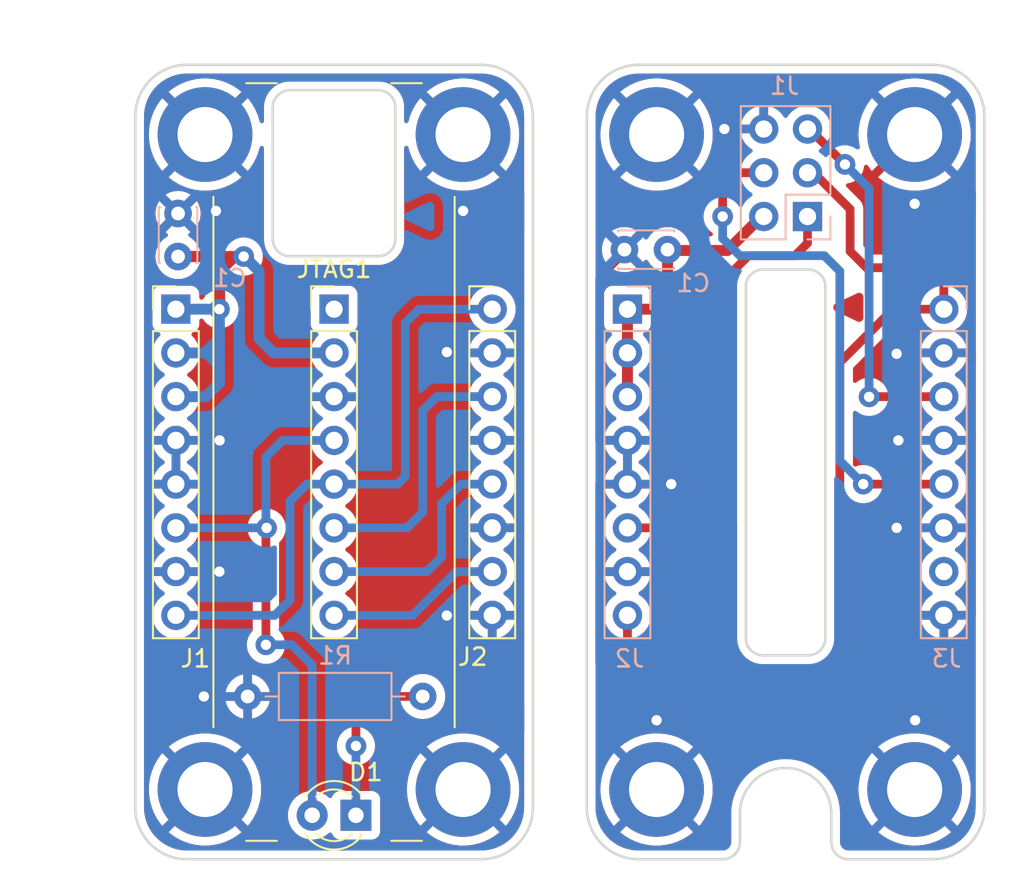
<source format=kicad_pcb>
(kicad_pcb (version 20211014) (generator pcbnew)
  (title_block (title "JTAG_ISP / BOTH") (date "2022-04-03") (rev "v5.3.0"))
  (layers (0 "F.Cu" signal) (31 "B.Cu" signal) (34 "B.Paste" user) (35 "F.Paste" user) (36 "B.SilkS" user "B.Silkscreen") (37 "F.SilkS" user "F.Silkscreen") (38 "B.Mask" user) (39 "F.Mask" user) (44 "Edge.Cuts" user))
  (net 0 "")
  (net 1 "+5V")
  (net 2 "GND")
  (net 3 "MISO")
  (net 4 "SCLK")
  (net 5 "RESET")
  (net 6 "MOSI")
  (net 8 "Net-(D1-Pad1)")
  (footprint "MountingHole:MountingHole_3.2mm_M3_ISO14580_Pad" (layer "F.Cu") (at 107.837688 49.171446)
    (fp_text reference "REF**" hide)
    (fp_text value "MountingHole_3.2mm_M3_ISO14580_Pad" hide)
    (pad "1" thru_hole circle locked (at 0 0) (size 5.499999 5.499999) (drill 3.200001) (layers *.Cu *.Mask) (net 2 "GND"))
  )
  (footprint "MountingHole:MountingHole_3.2mm_M3_ISO14580_Pad" (layer "F.Cu") (at 134.04766 87.207862)
    (fp_text reference "REF**" hide)
    (fp_text value "MountingHole_3.2mm_M3_ISO14580_Pad" hide)
    (pad "1" thru_hole circle locked (at 0 0) (size 5.5 5.5) (drill 3.2) (layers *.Cu *.Mask) (net 2 "GND"))
  )
  (footprint "MountingHole:MountingHole_3.2mm_M3_ISO14580_Pad" (layer "F.Cu") (at 92.85969 49.171446)
    (fp_text reference "REF**" hide)
    (fp_text value "MountingHole_3.2mm_M3_ISO14580_Pad" hide)
    (pad "1" thru_hole circle locked (at 0 0) (size 5.499999 5.499999) (drill 3.200001) (layers *.Cu *.Mask) (net 2 "GND"))
  )
  (footprint "MountingHole:MountingHole_3.2mm_M3_ISO14580_Pad" (layer "F.Cu") (at 134.04766 49.171439)
    (fp_text reference "REF**" hide)
    (fp_text value "MountingHole_3.2mm_M3_ISO14580_Pad" hide)
    (pad "1" thru_hole circle locked (at 0 0) (size 5.5 5.5) (drill 3.2) (layers *.Cu *.Mask) (net 2 "GND"))
  )
  (footprint "MountingHole:MountingHole_3.2mm_M3_ISO14580_Pad" (layer "F.Cu") (at 119.069661 49.17145)
    (fp_text reference "REF**" hide)
    (fp_text value "MountingHole_3.2mm_M3_ISO14580_Pad" hide)
    (pad "1" thru_hole circle locked (at 0 0) (size 5.5 5.5) (drill 3.2) (layers *.Cu *.Mask) (net 2 "GND"))
  )
  (footprint "Connector_PinHeader_2.54mm:PinHeader_1x08_P2.54mm_Vertical" (layer "F.Cu") (at 91.167683 59.313633)
    (fp_text reference "J1" (at 1.126017 20.291801) (layer "F.SilkS"))
    (fp_text value "Conn_01x08")
    (fp_line (start -1.33 -1.33) (end 0 -1.33) (layer "F.SilkS") (width 0.12))
    (fp_line (start 1.33 1.27) (end 1.33 19.11) (layer "F.SilkS") (width 0.12))
    (fp_line (start -1.33 1.27) (end 1.33 1.27) (layer "F.SilkS") (width 0.12))
    (fp_line (start -1.33 1.27) (end -1.33 19.11) (layer "F.SilkS") (width 0.12))
    (fp_line (start -1.33 19.11) (end 1.33 19.11) (layer "F.SilkS") (width 0.12))
    (fp_line (start -1.33 0) (end -1.33 -1.33) (layer "F.SilkS") (width 0.12))
    (pad "1" thru_hole rect locked (at 0 0) (size 1.7 1.7) (drill 1) (layers *.Cu *.Mask) (net 1 "+5V"))
    (pad "2" thru_hole oval locked (at 0 2.54) (size 1.7 1.7) (drill 1) (layers *.Cu *.Mask) (net 1 "+5V"))
    (pad "3" thru_hole oval locked (at 0 5.08) (size 1.7 1.7) (drill 1) (layers *.Cu *.Mask) (net 1 "+5V"))
    (pad "4" thru_hole oval locked (at 0 7.62) (size 1.7 1.7) (drill 1) (layers *.Cu *.Mask) (net 2 "GND"))
    (pad "5" thru_hole oval locked (at 0 10.16) (size 1.7 1.7) (drill 1) (layers *.Cu *.Mask) (net 2 "GND"))
    (pad "6" thru_hole oval locked (at 0 12.7) (size 1.7 1.7) (drill 1) (layers *.Cu *.Mask))
    (pad "7" thru_hole oval locked (at 0 15.24) (size 1.7 1.7) (drill 1) (layers *.Cu *.Mask) (net 2 "GND"))
    (pad "8" thru_hole oval locked (at 0 17.78) (size 1.7 1.7) (drill 1) (layers *.Cu *.Mask))
  )
  (footprint "MountingHole:MountingHole_3.2mm_M3_ISO14580_Pad" (layer "F.Cu") (at 119.069661 87.207862)
    (fp_text reference "REF**" hide)
    (fp_text value "MountingHole_3.2mm_M3_ISO14580_Pad" hide)
    (pad "1" thru_hole circle locked (at 0 0) (size 5.5 5.5) (drill 3.2) (layers *.Cu *.Mask) (net 2 "GND"))
  )
  (footprint "LED_THT:LED_D3.0mm" (layer "F.Cu") (at 101.618691 88.705446 180)
    (fp_text reference "D1" (at -0.575011 2.5) (layer "F.SilkS"))
    (fp_text value "LED")
    (fp_line (start -0.29 1.08) (end -0.29 1.236) (layer "F.SilkS") (width 0.12))
    (fp_line (start -0.29 -1.236) (end -0.29 -1.08) (layer "F.SilkS") (width 0.12))
    (fp_arc (start 2.942335 1.078608) (mid 1.366487 1.987659) (end -0.29 1.235516) (layer "F.SilkS") (width 0.12))
    (fp_arc (start 2.31113 1.079837) (mid 1.270117 1.5) (end 0.229039 1.08) (layer "F.SilkS") (width 0.12))
    (fp_arc (start -0.29 -1.235516) (mid 1.366487 -1.987659) (end 2.942335 -1.078608) (layer "F.SilkS") (width 0.12))
    (fp_arc (start 0.229039 -1.08) (mid 1.270117 -1.5) (end 2.31113 -1.079837) (layer "F.SilkS") (width 0.12))
    (pad "1" thru_hole rect locked (at 0 0 180) (size 1.8 1.8) (drill 0.9) (layers *.Cu *.Mask) (net 8 "Net-(D1-Pad1)"))
    (pad "2" thru_hole circle locked (at 2.54 0 180) (size 1.8 1.8) (drill 0.9) (layers *.Cu *.Mask))
  )
  (footprint "MountingHole:MountingHole_3.2mm_M3_ISO14580_Pad" (layer "F.Cu") (at 107.837688 87.207866)
    (fp_text reference "REF**" hide)
    (fp_text value "MountingHole_3.2mm_M3_ISO14580_Pad" hide)
    (pad "1" thru_hole circle locked (at 0 0) (size 5.499999 5.499999) (drill 3.200001) (layers *.Cu *.Mask) (net 2 "GND"))
  )
  (footprint "MountingHole:MountingHole_3.2mm_M3_ISO14580_Pad" (layer "F.Cu") (at 92.85969 87.207866)
    (fp_text reference "REF**" hide)
    (fp_text value "MountingHole_3.2mm_M3_ISO14580_Pad" hide)
    (pad "1" thru_hole circle locked (at 0 0) (size 5.499999 5.499999) (drill 3.200001) (layers *.Cu *.Mask) (net 2 "GND"))
  )
  (footprint "THOMAS_library:Fleche_small" (layer "F.Cu") (at 130.809687 58.850434)
    (fp_text reference "REF**" hide)
    (fp_text value "Fleche_small" hide)
    (fp_line (start -1.224998 0.354995) (end 0.012998 0.943005) (layer "F.Cu") (width 0.508))
    (fp_line (start 0.012998 -0.233005) (end -1.225007 0.354995) (layer "F.Cu") (width 0.508))
    (fp_line (start -0.07 -0.12) (end -0.51 0.54) (layer "F.Cu") (width 0.508))
    (fp_line (start 0.012998 -0.233005) (end 0.012998 0.943005) (layer "F.Cu") (width 0.508))
  )
  (footprint "THOMAS_library:PicKit4-2" (layer "F.Cu") (at 100.348691 59.313633)
    (fp_text reference "JTAG1" (at 0 -2.33) (layer "F.SilkS"))
    (fp_text value "PICkit4")
    (fp_line (start -3.321065 -13.125) (end -5.095001 -13.125) (layer "F.SilkS") (width 0.12))
    (fp_line (start -1.33 -1.33) (end 0 -1.33) (layer "F.SilkS") (width 0.12))
    (fp_line (start 5.095001 30.874995) (end 3.321065 30.874995) (layer "F.SilkS") (width 0.12))
    (fp_line (start 5.095001 -13.125) (end 3.321065 -13.125) (layer "F.SilkS") (width 0.12))
    (fp_line (start -7.004065 -6.521) (end -7.004065 24.270995) (layer "F.SilkS") (width 0.12))
    (fp_line (start -1.33 19.11) (end 1.33 19.11) (layer "F.SilkS") (width 0.12))
    (fp_line (start 1.33 1.27) (end 1.33 19.11) (layer "F.SilkS") (width 0.12))
    (fp_line (start -1.33 1.27) (end -1.33 19.11) (layer "F.SilkS") (width 0.12))
    (fp_line (start -3.321065 30.874995) (end -5.095001 30.874995) (layer "F.SilkS") (width 0.12))
    (fp_line (start -1.33 0) (end -1.33 -1.33) (layer "F.SilkS") (width 0.12))
    (fp_line (start 7.000001 -6.521) (end 7.000001 24.270995) (layer "F.SilkS") (width 0.12))
    (fp_line (start -1.33 1.27) (end 1.33 1.27) (layer "F.SilkS") (width 0.12))
    (pad "1" thru_hole rect locked (at 0 0) (size 1.7 1.7) (drill 1) (layers *.Cu *.Mask))
    (pad "2" thru_hole oval locked (at 0 2.54) (size 1.7 1.7) (drill 1) (layers *.Cu *.Mask) (net 1 "+5V"))
    (pad "3" thru_hole oval locked (at 0 5.08) (size 1.7 1.7) (drill 1) (layers *.Cu *.Mask) (net 2 "GND"))
    (pad "4" thru_hole oval locked (at 0 7.62) (size 1.7 1.7) (drill 1) (layers *.Cu *.Mask))
    (pad "5" thru_hole oval locked (at 0 10.16) (size 1.7 1.7) (drill 1) (layers *.Cu *.Mask))
    (pad "6" thru_hole oval locked (at 0 12.7) (size 1.7 1.7) (drill 1) (layers *.Cu *.Mask) (net 5 "RESET"))
    (pad "7" thru_hole oval locked (at 0 15.24) (size 1.7 1.7) (drill 1) (layers *.Cu *.Mask))
    (pad "8" thru_hole oval locked (at 0 17.78) (size 1.7 1.7) (drill 1) (layers *.Cu *.Mask))
  )
  (footprint "Connector_PinHeader_2.54mm:PinHeader_1x08_P2.54mm_Vertical" (layer "F.Cu") (at 109.529699 59.313633)
    (fp_text reference "J2" (at -1.135999 20.191801) (layer "F.SilkS"))
    (fp_text value "Conn_01x08")
    (fp_line (start 1.33 1.27) (end 1.33 19.11) (layer "F.SilkS") (width 0.12))
    (fp_line (start -1.33 1.27) (end 1.33 1.27) (layer "F.SilkS") (width 0.12))
    (fp_line (start -1.33 19.11) (end 1.33 19.11) (layer "F.SilkS") (width 0.12))
    (fp_line (start -1.33 1.27) (end -1.33 19.11) (layer "F.SilkS") (width 0.12))
    (fp_line (start -1.33 -1.33) (end 0 -1.33) (layer "F.SilkS") (width 0.12))
    (fp_line (start -1.33 0) (end -1.33 -1.33) (layer "F.SilkS") (width 0.12))
    (pad "1" thru_hole circle locked (at 0 0) (size 1.7 1.7) (drill 1) (layers *.Cu *.Mask))
    (pad "2" thru_hole oval locked (at 0 2.54) (size 1.7 1.7) (drill 1) (layers *.Cu *.Mask) (net 2 "GND"))
    (pad "3" thru_hole oval locked (at 0 5.08) (size 1.7 1.7) (drill 1) (layers *.Cu *.Mask) (net 5 "RESET"))
    (pad "4" thru_hole oval locked (at 0 7.62) (size 1.7 1.7) (drill 1) (layers *.Cu *.Mask) (net 2 "GND"))
    (pad "5" thru_hole oval locked (at 0 10.16) (size 1.7 1.7) (drill 1) (layers *.Cu *.Mask))
    (pad "6" thru_hole oval locked (at 0 12.7) (size 1.7 1.7) (drill 1) (layers *.Cu *.Mask) (net 2 "GND"))
    (pad "7" thru_hole oval locked (at 0 15.24) (size 1.7 1.7) (drill 1) (layers *.Cu *.Mask))
    (pad "8" thru_hole oval locked (at 0 17.78) (size 1.7 1.7) (drill 1) (layers *.Cu *.Mask) (net 2 "GND"))
  )
  (footprint "Connector_PinSocket_2.54mm:PinSocket_2x03_P2.54mm_Vertical" (layer "B.Cu") (at 127.828673 53.930433)
    (fp_text reference "J1" (at -1.335038 -7.583203) (layer "B.SilkS") (effects (justify mirror)))
    (fp_text value "Conn_02x03_Odd_Even")
    (fp_line (start -3.87 -6.41) (end 1.33 -6.41) (layer "B.SilkS") (width 0.12))
    (fp_line (start -1.27 1.33) (end -1.27 -1.27) (layer "B.SilkS") (width 0.12))
    (fp_line (start 1.33 -1.27) (end 1.33 -6.41) (layer "B.SilkS") (width 0.12))
    (fp_line (start 1.33 1.33) (end 1.33 0) (layer "B.SilkS") (width 0.12))
    (fp_line (start 0 1.33) (end 1.33 1.33) (layer "B.SilkS") (width 0.12))
    (fp_line (start -1.27 -1.27) (end 1.33 -1.27) (layer "B.SilkS") (width 0.12))
    (fp_line (start -3.87 1.33) (end -3.87 -6.41) (layer "B.SilkS") (width 0.12))
    (fp_line (start -3.87 1.33) (end -1.27 1.33) (layer "B.SilkS") (width 0.12))
    (pad "1" thru_hole rect locked (at 0 0) (size 1.7 1.7) (drill 1) (layers *.Cu *.Mask) (net 3 "MISO"))
    (pad "2" thru_hole oval locked (at -2.54 0) (size 1.7 1.7) (drill 1) (layers *.Cu *.Mask) (net 1 "+5V"))
    (pad "3" thru_hole oval locked (at 0 -2.54) (size 1.7 1.7) (drill 1) (layers *.Cu *.Mask) (net 4 "SCLK"))
    (pad "4" thru_hole oval locked (at -2.54 -2.54) (size 1.7 1.7) (drill 1) (layers *.Cu *.Mask) (net 6 "MOSI"))
    (pad "5" thru_hole oval locked (at 0 -5.08) (size 1.7 1.7) (drill 1) (layers *.Cu *.Mask) (net 5 "RESET"))
    (pad "6" thru_hole oval locked (at -2.54 -5.08) (size 1.7 1.7) (drill 1) (layers *.Cu *.Mask) (net 2 "GND"))
  )
  (footprint "THOMAS_library:Fleche_small" (layer "B.Cu") (at 105.899705 54.285434)
    (fp_text reference "REF**" hide)
    (fp_text value "Fleche_small" hide)
    (fp_line (start -1.224998 -0.354995) (end 0.012998 -0.943005) (layer "B.Cu") (width 0.508))
    (fp_line (start 0.012998 0.233005) (end -1.225007 -0.354995) (layer "B.Cu") (width 0.508))
    (fp_line (start -0.07 0.12) (end -0.51 -0.54) (layer "B.Cu") (width 0.508))
    (fp_line (start 0.012998 0.233005) (end 0.012998 -0.943005) (layer "B.Cu") (width 0.508))
  )
  (footprint "Capacitor_THT:C_Disc_D3.0mm_W2.0mm_P2.50mm" (layer "B.Cu") (at 91.293706 56.255443 90)
    (fp_text reference "C1" (at -1.249991 2.999994) (layer "B.SilkS") (effects (justify mirror)))
    (fp_text value "100nF")
    (fp_line (start -0.37 1.12) (end 2.87 1.12) (layer "B.SilkS") (width 0.12))
    (fp_line (start -0.37 -1.12) (end 2.87 -1.12) (layer "B.SilkS") (width 0.12))
    (fp_line (start -0.37 1.12) (end -0.37 1.055) (layer "B.SilkS") (width 0.12))
    (fp_line (start 2.87 -1.055) (end 2.87 -1.12) (layer "B.SilkS") (width 0.12))
    (fp_line (start 2.87 1.12) (end 2.87 1.055) (layer "B.SilkS") (width 0.12))
    (fp_line (start -0.37 -1.055) (end -0.37 -1.12) (layer "B.SilkS") (width 0.12))
    (pad "1" thru_hole circle locked (at 0 0 90) (size 1.6 1.6) (drill 0.8) (layers *.Cu *.Mask) (net 1 "+5V"))
    (pad "2" thru_hole circle locked (at 2.5 0 90) (size 1.6 1.6) (drill 0.8) (layers *.Cu *.Mask) (net 2 "GND"))
  )
  (footprint "Connector_PinHeader_2.54mm:PinHeader_1x08_P2.54mm_Vertical" (layer "B.Cu") (at 117.377665 59.313633 180)
    (fp_text reference "J2" (at -0.126017 -20.291801) (layer "B.SilkS") (effects (justify mirror)))
    (fp_text value "Conn_01x08")
    (fp_line (start 1.33 -1.27) (end 1.33 -19.11) (layer "B.SilkS") (width 0.12))
    (fp_line (start -1.33 -1.27) (end 1.33 -1.27) (layer "B.SilkS") (width 0.12))
    (fp_line (start -1.33 -19.11) (end 1.33 -19.11) (layer "B.SilkS") (width 0.12))
    (fp_line (start -1.33 -1.27) (end -1.33 -19.11) (layer "B.SilkS") (width 0.12))
    (fp_line (start -1.33 1.33) (end 0 1.33) (layer "B.SilkS") (width 0.12))
    (fp_line (start -1.33 0) (end -1.33 1.33) (layer "B.SilkS") (width 0.12))
    (pad "1" thru_hole rect locked (at 0 0 180) (size 1.7 1.7) (drill 1) (layers *.Cu *.Mask) (net 1 "+5V"))
    (pad "2" thru_hole oval locked (at 0 -2.54 180) (size 1.7 1.7) (drill 1) (layers *.Cu *.Mask) (net 1 "+5V"))
    (pad "3" thru_hole oval locked (at 0 -5.08 180) (size 1.7 1.7) (drill 1) (layers *.Cu *.Mask) (net 1 "+5V"))
    (pad "4" thru_hole oval locked (at 0 -7.62 180) (size 1.7 1.7) (drill 1) (layers *.Cu *.Mask) (net 2 "GND"))
    (pad "5" thru_hole oval locked (at 0 -10.16 180) (size 1.7 1.7) (drill 1) (layers *.Cu *.Mask) (net 2 "GND"))
    (pad "6" thru_hole oval locked (at 0 -12.7 180) (size 1.7 1.7) (drill 1) (layers *.Cu *.Mask) (net 3 "MISO"))
    (pad "7" thru_hole oval locked (at 0 -15.24 180) (size 1.7 1.7) (drill 1) (layers *.Cu *.Mask) (net 2 "GND"))
    (pad "8" thru_hole oval locked (at 0 -17.78 180) (size 1.7 1.7) (drill 1) (layers *.Cu *.Mask) (net 4 "SCLK"))
  )
  (footprint "Resistor_THT:R_Axial_DIN0207_L6.3mm_D2.5mm_P10.16mm_Horizontal" (layer "B.Cu") (at 105.493703 81.80543 180)
    (fp_text reference "R1" (at 5.08 2.37) (layer "B.SilkS") (effects (justify mirror)))
    (fp_text value "100")
    (fp_line (start 1.04 0) (end 1.81 0) (layer "B.SilkS") (width 0.12))
    (fp_line (start 9.12 0) (end 8.35 0) (layer "B.SilkS") (width 0.12))
    (fp_line (start 8.35 -1.37) (end 8.35 1.37) (layer "B.SilkS") (width 0.12))
    (fp_line (start 1.81 1.37) (end 1.81 -1.37) (layer "B.SilkS") (width 0.12))
    (fp_line (start 8.35 1.37) (end 1.81 1.37) (layer "B.SilkS") (width 0.12))
    (fp_line (start 1.81 -1.37) (end 8.35 -1.37) (layer "B.SilkS") (width 0.12))
    (pad "1" thru_hole circle locked (at 0 0 180) (size 1.6 1.6) (drill 0.8) (layers *.Cu *.Mask) (net 8 "Net-(D1-Pad1)"))
    (pad "2" thru_hole oval locked (at 10.16 0 180) (size 1.6 1.6) (drill 0.8) (layers *.Cu *.Mask) (net 2 "GND"))
  )
  (footprint "Connector_PinHeader_2.54mm:PinHeader_1x08_P2.54mm_Vertical" (layer "B.Cu") (at 135.739681 59.313633 180)
    (fp_text reference "J3" (at -0.164001 -20.291801) (layer "B.SilkS") (effects (justify mirror)))
    (fp_text value "Conn_01x08")
    (fp_line (start 1.33 -1.27) (end 1.33 -19.11) (layer "B.SilkS") (width 0.12))
    (fp_line (start -1.33 -1.27) (end 1.33 -1.27) (layer "B.SilkS") (width 0.12))
    (fp_line (start -1.33 -1.27) (end -1.33 -19.11) (layer "B.SilkS") (width 0.12))
    (fp_line (start -1.33 -19.11) (end 1.33 -19.11) (layer "B.SilkS") (width 0.12))
    (fp_line (start -1.33 0) (end -1.33 1.33) (layer "B.SilkS") (width 0.12))
    (fp_line (start -1.33 1.33) (end 0 1.33) (layer "B.SilkS") (width 0.12))
    (pad "1" thru_hole circle (at 0 0 180) (size 1.7 1.7) (drill 1) (layers *.Cu *.Mask) (net 4 "SCLK"))
    (pad "2" thru_hole oval (at 0 -2.54 180) (size 1.7 1.7) (drill 1) (layers *.Cu *.Mask) (net 2 "GND"))
    (pad "3" thru_hole oval (at 0 -5.08 180) (size 1.7 1.7) (drill 1) (layers *.Cu *.Mask) (net 5 "RESET"))
    (pad "4" thru_hole oval (at 0 -7.62 180) (size 1.7 1.7) (drill 1) (layers *.Cu *.Mask) (net 2 "GND"))
    (pad "5" thru_hole oval (at 0 -10.16 180) (size 1.7 1.7) (drill 1) (layers *.Cu *.Mask) (net 6 "MOSI"))
    (pad "6" thru_hole oval (at 0 -12.7 180) (size 1.7 1.7) (drill 1) (layers *.Cu *.Mask) (net 2 "GND"))
    (pad "7" thru_hole oval (at 0 -15.24 180) (size 1.7 1.7) (drill 1) (layers *.Cu *.Mask))
    (pad "8" thru_hole oval (at 0 -17.78 180) (size 1.7 1.7) (drill 1) (layers *.Cu *.Mask) (net 2 "GND"))
  )
  (footprint "Capacitor_THT:C_Disc_D3.0mm_W2.0mm_P2.50mm" (layer "B.Cu") (at 119.703682 55.855434 180)
    (fp_text reference "C1" (at -1.5 -1.95) (layer "B.SilkS") (effects (justify mirror)))
    (fp_text value "100nF")
    (fp_line (start -0.37 1.12) (end 2.87 1.12) (layer "B.SilkS") (width 0.12))
    (fp_line (start -0.37 -1.12) (end 2.87 -1.12) (layer "B.SilkS") (width 0.12))
    (fp_line (start -0.37 1.12) (end -0.37 1.055) (layer "B.SilkS") (width 0.12))
    (fp_line (start 2.87 -1.055) (end 2.87 -1.12) (layer "B.SilkS") (width 0.12))
    (fp_line (start 2.87 1.12) (end 2.87 1.055) (layer "B.SilkS") (width 0.12))
    (fp_line (start -0.37 -1.055) (end -0.37 -1.12) (layer "B.SilkS") (width 0.12))
    (pad "1" thru_hole circle locked (at 0 0 180) (size 1.6 1.6) (drill 0.8) (layers *.Cu *.Mask) (net 1 "+5V"))
    (pad "2" thru_hole circle locked (at 2.5 0 180) (size 1.6 1.6) (drill 0.8) (layers *.Cu *.Mask) (net 2 "GND"))
  )
  (gr_arc (start 115.019672 48.123346) (mid 115.898352 46.002026) (end 118.019672 45.123346) (layer "Edge.Cuts") (width 0.15))
  (gr_arc (start 130.208651 91.257866) (mid 129.501544 90.964973) (end 129.208651 90.257866) (layer "Edge.Cuts") (width 0.15))
  (gr_arc (start 97.788538 56.237257) (mid 97.081431 55.944364) (end 96.788538 55.237257) (layer "Edge.Cuts") (width 0.15))
  (gr_arc (start 125.250525 79.415357) (mid 124.543418 79.122464) (end 124.250525 78.415357) (layer "Edge.Cuts") (width 0.15))
  (gr_arc (start 111.887688 88.257866) (mid 111.009008 90.379186) (end 108.887688 91.257866) (layer "Edge.Cuts") (width 0.15))
  (gr_line (start 91.80969 91.257866) (end 108.887688 91.257866) (layer "Edge.Cuts") (width 0.15))
  (gr_arc (start 128.866518 78.415357) (mid 128.573625 79.122464) (end 127.866518 79.415357) (layer "Edge.Cuts") (width 0.15))
  (gr_arc (start 108.887688 45.121446) (mid 111.009008 46.000126) (end 111.887688 48.121446) (layer "Edge.Cuts") (width 0.15))
  (gr_arc (start 96.788538 47.595519) (mid 97.081431 46.888412) (end 97.788538 46.595519) (layer "Edge.Cuts") (width 0.15))
  (gr_arc (start 138.09767 88.257866) (mid 137.21899 90.379186) (end 135.09767 91.257866) (layer "Edge.Cuts") (width 0.15))
  (gr_line (start 138.09767 88.257866) (end 138.09767 48.123346) (layer "Edge.Cuts") (width 0.15))
  (gr_line (start 88.80969 48.121446) (end 88.80969 88.257866) (layer "Edge.Cuts") (width 0.15))
  (gr_arc (start 135.09767 45.123346) (mid 137.21899 46.002026) (end 138.09767 48.123346) (layer "Edge.Cuts") (width 0.15))
  (gr_arc (start 118.019672 91.257866) (mid 115.898352 90.379186) (end 115.019672 88.257866) (layer "Edge.Cuts") (width 0.15))
  (gr_arc (start 123.908662 90.257866) (mid 123.615769 90.964973) (end 122.908662 91.257866) (layer "Edge.Cuts") (width 0.15))
  (gr_line (start 124.250525 78.415357) (end 124.250525 58.00669) (layer "Edge.Cuts") (width 0.15))
  (gr_line (start 111.887688 88.257866) (end 111.887688 48.121446) (layer "Edge.Cuts") (width 0.15))
  (gr_line (start 108.887688 45.121434) (end 91.809694 45.121434) (layer "Edge.Cuts") (width 0.15))
  (gr_arc (start 91.80969 91.257866) (mid 89.68837 90.379186) (end 88.80969 88.257866) (layer "Edge.Cuts") (width 0.15))
  (gr_line (start 96.788538 47.595519) (end 96.788538 55.237257) (layer "Edge.Cuts") (width 0.15))
  (gr_line (start 103.908844 55.237257) (end 103.908844 47.595519) (layer "Edge.Cuts") (width 0.15))
  (gr_line (start 115.019672 48.123346) (end 115.019672 88.257866) (layer "Edge.Cuts") (width 0.15))
  (gr_arc (start 127.866518 57.00669) (mid 128.573625 57.299583) (end 128.866518 58.00669) (layer "Edge.Cuts") (width 0.15))
  (gr_arc (start 126.558651 85.957877) (mid 128.432484 86.734044) (end 129.208651 88.607877) (layer "Edge.Cuts") (width 0.15))
  (gr_line (start 123.908662 88.607877) (end 123.908662 90.257866) (layer "Edge.Cuts") (width 0.15))
  (gr_line (start 125.250525 57.00669) (end 127.866518 57.00669) (layer "Edge.Cuts") (width 0.15))
  (gr_arc (start 103.908844 55.237257) (mid 103.615951 55.944364) (end 102.908844 56.237257) (layer "Edge.Cuts") (width 0.15))
  (gr_line (start 129.208651 90.257866) (end 129.208651 88.607877) (layer "Edge.Cuts") (width 0.15))
  (gr_line (start 128.866518 58.00669) (end 128.866518 78.415357) (layer "Edge.Cuts") (width 0.15))
  (gr_arc (start 102.908844 46.595519) (mid 103.615951 46.888412) (end 103.908844 47.595519) (layer "Edge.Cuts") (width 0.15))
  (gr_line (start 97.788538 56.237257) (end 102.908844 56.237257) (layer "Edge.Cuts") (width 0.15))
  (gr_line (start 122.908662 91.257866) (end 118.019672 91.257866) (layer "Edge.Cuts") (width 0.15))
  (gr_arc (start 124.250525 58.00669) (mid 124.543418 57.299583) (end 125.250525 57.00669) (layer "Edge.Cuts") (width 0.15))
  (gr_line (start 135.097667 91.257866) (end 130.208651 91.257866) (layer "Edge.Cuts") (width 0.15))
  (gr_arc (start 88.80969 48.121446) (mid 89.68837 46.000126) (end 91.80969 45.121446) (layer "Edge.Cuts") (width 0.15))
  (gr_line (start 135.09767 45.123346) (end 118.019672 45.123346) (layer "Edge.Cuts") (width 0.15))
  (gr_line (start 102.908844 46.595519) (end 97.788538 46.595519) (layer "Edge.Cuts") (width 0.15))
  (gr_arc (start 123.908662 88.607877) (mid 124.684829 86.734044) (end 126.558662 85.957877) (layer "Edge.Cuts") (width 0.15))
  (gr_line (start 127.866518 79.415357) (end 125.250525 79.415357) (layer "Edge.Cuts") (width 0.15))
  (gr_text "T.D. - 5.3.0\n2022-03-28" (at 126.503683 82.657845) (layer "F.Cu") (effects (font (size 1.143 1.143) (thickness 0.1905))))
  (segment (start 96.3937 78.805436) (end 96.3937 72.052126) (width 0.508) (layer "F.Cu") (net 0))
  (segment (start 96.3937 72.052126) (end 96.4322 72.013626) (width 0.508) (layer "F.Cu") (net 0))
  (via (at 96.4322 72.013626) (size 1.2) (drill 0.6) (layers "F.Cu" "B.Cu") (net 0))
  (via (at 96.3937 78.805436) (size 1.2) (drill 0.6) (layers "F.Cu" "B.Cu") (net 0))
  (segment (start 106.5937 70.605434) (end 106.5937 73.705434) (width 0.508) (layer "B.Cu") (net 0))
  (segment (start 106.5937 73.705434) (end 105.745508 74.553626) (width 0.508) (layer "B.Cu") (net 0))
  (segment (start 97.365508 66.933626) (end 100.348689 66.933626) (width 0.508) (layer "B.Cu") (net 0))
  (segment (start 96.3937 78.805436) (end 97.893702 78.805436) (width 0.508) (layer "B.Cu") (net 0))
  (segment (start 107.445508 74.553626) (end 109.529689 74.553626) (width 0.508) (layer "B.Cu") (net 0))
  (segment (start 97.7937 70.455434) (end 98.775501 69.473633) (width 0.508) (layer "B.Cu") (net 0))
  (segment (start 98.775501 69.473633) (end 100.348691 69.473633) (width 0.508) (layer "B.Cu") (net 0))
  (segment (start 96.3937 71.975126) (end 96.3937 67.905434) (width 0.508) (layer "B.Cu") (net 0))
  (segment (start 96.905508 77.093626) (end 97.7937 76.205434) (width 0.508) (layer "B.Cu") (net 0))
  (segment (start 104.47818 60.120954) (end 105.285508 59.313626) (width 0.508) (layer "B.Cu") (net 0))
  (segment (start 104.47818 69.020954) (end 104.47818 60.120954) (width 0.508) (layer "B.Cu") (net 0))
  (segment (start 91.167689 72.013626) (end 96.4322 72.013626) (width 0.508) (layer "B.Cu") (net 0))
  (segment (start 96.4322 72.013626) (end 96.3937 71.975126) (width 0.508) (layer "B.Cu") (net 0))
  (segment (start 96.3937 67.905434) (end 97.365508 66.933626) (width 0.508) (layer "B.Cu") (net 0))
  (segment (start 105.745508 74.553626) (end 100.348689 74.553626) (width 0.508) (layer "B.Cu") (net 0))
  (segment (start 97.893702 78.805436) (end 99.078691 79.990425) (width 0.508) (layer "B.Cu") (net 0))
  (segment (start 107.725508 69.473626) (end 106.5937 70.605434) (width 0.508) (layer "B.Cu") (net 0))
  (segment (start 105.285508 59.313626) (end 109.529689 59.313626) (width 0.508) (layer "B.Cu") (net 0))
  (segment (start 97.7937 76.205434) (end 97.7937 70.455434) (width 0.508) (layer "B.Cu") (net 0))
  (segment (start 102.911435 69.473633) (end 102.911442 69.473626) (width 0.508) (layer "B.Cu") (net 0))
  (segment (start 104.905508 77.093626) (end 107.445508 74.553626) (width 0.508) (layer "B.Cu") (net 0))
  (segment (start 100.348691 69.473633) (end 102.911435 69.473633) (width 0.508) (layer "B.Cu") (net 0))
  (segment (start 102.911442 69.473626) (end 102.911449 69.473633) (width 0.508) (layer "B.Cu") (net 0))
  (segment (start 102.911449 69.473633) (end 104.025501 69.473633) (width 0.508) (layer "B.Cu") (net 0))
  (segment (start 104.025501 69.473633) (end 104.47818 69.020954) (width 0.508) (layer "B.Cu") (net 0))
  (segment (start 109.529689 69.473626) (end 107.725508 69.473626) (width 0.508) (layer "B.Cu") (net 0))
  (segment (start 99.078691 79.990425) (end 99.078691 88.705446) (width 0.508) (layer "B.Cu") (net 0))
  (segment (start 100.348689 77.093626) (end 104.905508 77.093626) (width 0.508) (layer "B.Cu") (net 0))
  (segment (start 91.167689 77.093626) (end 96.905508 77.093626) (width 0.508) (layer "B.Cu") (net 0))
  (segment (start 93.543709 56.955443) (end 93.543709 56.255443) (width 0.635) (layer "F.Cu") (net 1))
  (segment (start 117.377665 61.853633) (end 117.377665 59.313633) (width 0.635) (layer "F.Cu") (net 1))
  (segment (start 93.707683 57.119417) (end 94.571657 56.255443) (width 0.635) (layer "F.Cu") (net 1))
  (segment (start 119.803682 55.905434) (end 123.177718 55.905434) (width 0.635) (layer "F.Cu") (net 1))
  (segment (start 92.8437 56.255434) (end 93.707683 57.119417) (width 0.635) (layer "F.Cu") (net 1))
  (segment (start 123.177718 55.905434) (end 125.152719 53.930433) (width 0.635) (layer "F.Cu") (net 1))
  (segment (start 93.707683 57.119417) (end 93.707683 59.591451) (width 0.635) (layer "F.Cu") (net 1))
  (segment (start 117.377665 64.393633) (end 117.377665 61.853633) (width 0.635) (layer "F.Cu") (net 1))
  (segment (start 117.377665 59.313633) (end 118.945483 59.313633) (width 0.635) (layer "F.Cu") (net 1))
  (segment (start 119.703682 58.555434) (end 119.703682 55.855434) (width 0.635) (layer "F.Cu") (net 1))
  (segment (start 94.343691 56.255443) (end 95.103706 56.255443) (width 0.635) (layer "F.Cu") (net 1))
  (segment (start 91.293706 56.255443) (end 93.543709 56.255443) (width 0.635) (layer "F.Cu") (net 1))
  (segment (start 93.543709 56.255443) (end 94.343691 56.255443) (width 0.635) (layer "F.Cu") (net 1))
  (segment (start 125.152719 53.930433) (end 125.288673 53.930433) (width 0.635) (layer "F.Cu") (net 1))
  (segment (start 91.2937 56.255434) (end 92.8437 56.255434) (width 0.635) (layer "F.Cu") (net 1))
  (segment (start 118.945483 59.313633) (end 119.703682 58.555434) (width 0.635) (layer "F.Cu") (net 1))
  (via (at 93.693701 59.313629) (size 1.2) (drill 0.6) (layers "F.Cu" "B.Cu") (net 1))
  (via (at 95.103706 56.255443) (size 1.2) (drill 0.6) (layers "F.Cu" "B.Cu") (net 1))
  (segment (start 93.693701 63.605433) (end 93.693701 62.605433) (width 0.635) (layer "B.Cu") (net 1))
  (segment (start 92.845501 61.853633) (end 93.693701 61.005433) (width 0.635) (layer "B.Cu") (net 1))
  (segment (start 93.693701 62.605433) (end 93.693701 61.705435) (width 0.635) (layer "B.Cu") (net 1))
  (segment (start 91.167689 59.313626) (end 93.693698 59.313626) (width 0.635) (layer "B.Cu") (net 1))
  (segment (start 93.545503 61.853633) (end 93.693701 61.705435) (width 0.635) (layer "B.Cu") (net 1))
  (segment (start 95.9937 57.105434) (end 95.9937 61.005434) (width 0.635) (layer "B.Cu") (net 1))
  (segment (start 92.905501 64.393633) (end 93.693701 63.605433) (width 0.635) (layer "B.Cu") (net 1))
  (segment (start 91.167683 64.393633) (end 92.905501 64.393633) (width 0.635) (layer "B.Cu") (net 1))
  (segment (start 92.941901 61.853633) (end 93.693701 62.605433) (width 0.635) (layer "B.Cu") (net 1))
  (segment (start 96.841899 61.853633) (end 100.348691 61.853633) (width 0.635) (layer "B.Cu") (net 1))
  (segment (start 95.9937 57.105434) (end 95.143709 56.255443) (width 0.635) (layer "B.Cu") (net 1))
  (segment (start 93.693701 61.705435) (end 93.693701 59.313629) (width 0.635) (layer "B.Cu") (net 1))
  (segment (start 91.167683 61.853633) (end 93.545503 61.853633) (width 0.635) (layer "B.Cu") (net 1))
  (segment (start 95.9937 61.005434) (end 96.841899 61.853633) (width 0.635) (layer "B.Cu") (net 1))
  (segment (start 134.04766 83.217103) (end 134.076896 83.187867) (width 0.381) (layer "F.Cu") (net 2))
  (segment (start 134.015665 49.171439) (end 134.015665 49.149412) (width 0.381) (layer "F.Cu") (net 2))
  (segment (start 135.739681 72.013633) (end 137.295483 72.013633) (width 0.381) (layer "F.Cu") (net 2))
  (segment (start 107.837688 49.171446) (end 111.1937 52.527458) (width 0.381) (layer "F.Cu") (net 2))
  (segment (start 96.125702 45.905434) (end 104.571676 45.905434) (width 0.381) (layer "F.Cu") (net 2))
  (segment (start 137.403682 72.127454) (end 137.403682 77.081832) (width 0.381) (layer "F.Cu") (net 2))
  (segment (start 135.739681 81.525082) (end 134.076896 83.187867) (width 0.381) (layer "F.Cu") (net 2))
  (segment (start 130.971687 46.105434) (end 125.303682 46.105434) (width 0.381) (layer "F.Cu") (net 2))
  (segment (start 111.1937 54.705434) (end 106.8937 59.005434) (width 0.381) (layer "F.Cu") (net 2))
  (segment (start 137.403682 62.049036) (end 137.403682 66.861832) (width 0.381) (layer "F.Cu") (net 2))
  (segment (start 97.826113 81.80543) (end 100.026109 79.605434) (width 0.381) (layer "F.Cu") (net 2))
  (segment (start 123.002674 48.850445) (end 125.288661 48.850445) (width 0.381) (layer "F.Cu") (net 2))
  (segment (start 134.076896 83.187867) (end 136.286115 83.187867) (width 0.381) (layer "F.Cu") (net 2))
  (segment (start 92.85969 87.161308) (end 92.85969 87.207866) (width 0.381) (layer "F.Cu") (net 2))
  (segment (start 136.803682 83.705434) (end 136.803682 84.45184) (width 0.381) (layer "F.Cu") (net 2))
  (segment (start 133.003682 61.905434) (end 135.68788 61.905434) (width 0.381) (layer "F.Cu") (net 2))
  (segment (start 137.403682 77.081832) (end 137.391881 77.093633) (width 0.381) (layer "F.Cu") (net 2))
  (segment (start 125.288661 48.850445) (end 125.288673 48.850433) (width 0.381) (layer "F.Cu") (net 2))
  (segment (start 125.303682 46.105434) (end 122.103682 46.105434) (width 0.381) (layer "F.Cu") (net 2))
  (segment (start 117.203682 55.855434) (end 116.003682 54.655434) (width 0.381) (layer "F.Cu") (net 2))
  (segment (start 136.803682 84.45184) (end 134.04766 87.207862) (width 0.381) (layer "F.Cu") (net 2))
  (segment (start 93.4937 53.605434) (end 94.3937 54.505434) (width 0.381) (layer "F.Cu") (net 2))
  (segment (start 105.1937 79.605434) (end 106.8937 77.905434) (width 0.381) (layer "F.Cu") (net 2))
  (segment (start 136.286115 83.187867) (end 136.803682 83.705434) (width 0.381) (layer "F.Cu") (net 2))
  (segment (start 95.333699 81.805434) (end 95.333703 81.80543) (width 0.381) (layer "F.Cu") (net 2))
  (segment (start 116.003682 54.655434) (end 116.003682 52.237429) (width 0.381) (layer "F.Cu") (net 2))
  (segment (start 115.703682 74.505434) (end 115.703682 69.473633) (width 0.381) (layer "F.Cu") (net 2))
  (segment (start 95.333703 81.80543) (end 97.826113 81.80543) (width 0.381) (layer "F.Cu") (net 2))
  (segment (start 92.85969 49.171446) (end 96.125702 45.905434) (width 0.381) (layer "F.Cu") (net 2))
  (segment (start 91.293706 53.755443) (end 92.743697 55.205434) (width 0.381) (layer "F.Cu") (net 2))
  (segment (start 95.9937 52.305456) (end 92.85969 49.171446) (width 0.381) (layer "F.Cu") (net 2))
  (segment (start 106.8937 59.005434) (end 106.8937 78.005434) (width 0.381) (layer "F.Cu") (net 2))
  (segment (start 109.517881 77.105434) (end 109.529689 77.093626) (width 0.635) (layer "F.Cu") (net 2))
  (segment (start 95.9937 53.105434) (end 95.9937 52.305456) (width 0.381) (layer "F.Cu") (net 2))
  (segment (start 135.68788 61.905434) (end 135.739681 61.853633) (width 0.381) (layer "F.Cu") (net 2))
  (segment (start 100.026109 79.605434) (end 105.1937 79.605434) (width 0.381) (layer "F.Cu") (net 2))
  (segment (start 117.203682 56.080434) (end 117.203682 56.055434) (width 0.381) (layer "F.Cu") (net 2))
  (segment (start 111.1937 82.305434) (end 111.1937 83.805434) (width 0.381) (layer "F.Cu") (net 2))
  (segment (start 125.288673 48.850433) (end 125.288673 46.120443) (width 0.381) (layer "F.Cu") (net 2))
  (segment (start 89.5937 83.895318) (end 92.85969 87.161308) (width 0.381) (layer "F.Cu") (net 2))
  (segment (start 106.8937 78.005434) (end 111.1937 82.305434) (width 0.381) (layer "F.Cu") (net 2))
  (segment (start 107.837688 87.207866) (end 104.497124 90.54843) (width 0.381) (layer "F.Cu") (net 2))
  (segment (start 111.1937 83.805434) (end 107.837688 87.161446) (width 0.381) (layer "F.Cu") (net 2))
  (segment (start 137.303682 66.933633) (end 135.739681 66.933633) (width 0.381) (layer "F.Cu") (net 2))
  (segment (start 104.571676 45.905434) (end 107.837688 49.171446) (width 0.381) (layer "F.Cu") (net 2))
  (segment (start 134.015665 49.149412) (end 130.971687 46.105434) (width 0.381) (layer "F.Cu") (net 2))
  (segment (start 115.703682 57.580434) (end 117.203682 56.080434) (width 0.381) (layer "F.Cu") (net 2))
  (segment (start 135.739681 61.853633) (end 137.351881 61.853633) (width 0.381) (layer "F.Cu") (net 2))
  (segment (start 89.5937 81.805434) (end 89.5937 83.895318) (width 0.381) (layer "F.Cu") (net 2))
  (segment (start 117.377665 66.933633) (end 115.703682 66.933633) (width 0.381) (layer "F.Cu") (net 2))
  (segment (start 135.739681 77.093633) (end 135.739681 81.525082) (width 0.381) (layer "F.Cu") (net 2))
  (segment (start 137.403682 62.305434) (end 137.403682 53.405434) (width 0.381) (layer "F.Cu") (net 2))
  (segment (start 137.403682 53.505434) (end 137.403682 52.527461) (width 0.381) (layer "F.Cu") (net 2))
  (segment (start 115.703682 66.933633) (end 115.703682 57.580434) (width 0.381) (layer "F.Cu") (net 2))
  (segment (start 92.743697 55.205434) (end 93.8937 55.205434) (width 0.381) (layer "F.Cu") (net 2))
  (segment (start 137.391881 77.093633) (end 135.739681 77.093633) (width 0.381) (layer "F.Cu") (net 2))
  (segment (start 137.403682 72.105434) (end 137.403682 66.705434) (width 0.381) (layer "F.Cu") (net 2))
  (segment (start 115.703682 79.821888) (end 119.069661 83.187867) (width 0.381) (layer "F.Cu") (net 2))
  (segment (start 135.739681 72.013633) (end 133.003694 72.013633) (width 0.381) (layer "F.Cu") (net 2))
  (segment (start 115.703682 69.473633) (end 117.377665 69.473633) (width 0.381) (layer "F.Cu") (net 2))
  (segment (start 106.8937 61.805434) (end 106.941892 61.853626) (width 0.635) (layer "F.Cu") (net 2))
  (segment (start 137.295483 72.013633) (end 137.303682 72.005434) (width 0.381) (layer "F.Cu") (net 2))
  (segment (start 92.7937 81.805434) (end 89.5937 81.805434) (width 0.381) (layer "F.Cu") (net 2))
  (segment (start 107.837688 87.161446) (end 107.837688 87.207866) (width 0.381) (layer "F.Cu") (net 2))
  (segment (start 93.8937 55.205434) (end 94.7937 54.305434) (width 0.381) (layer "F.Cu") (net 2))
  (segment (start 93.343691 53.755443) (end 93.4937 53.605434) (width 0.381) (layer "F.Cu") (net 2))
  (segment (start 92.7937 81.805434) (end 95.333699 81.805434) (width 0.381) (layer "F.Cu") (net 2))
  (segment (start 117.377665 74.553633) (end 115.755483 74.553633) (width 0.381) (layer "F.Cu") (net 2))
  (segment (start 134.04766 53.191457) (end 137.333307 53.191457) (width 0.381) (layer "F.Cu") (net 2))
  (segment (start 137.403682 52.527461) (end 134.04766 49.171439) (width 0.381) (layer "F.Cu") (net 2))
  (segment (start 115.703682 74.605434) (end 115.703682 79.821888) (width 0.381) (layer "F.Cu") (net 2))
  (segment (start 117.377665 66.933633) (end 117.377665 69.473633) (width 0.381) (layer "F.Cu") (net 2))
  (segment (start 111.1937 52.527458) (end 111.1937 54.705434) (width 0.381) (layer "F.Cu") (net 2))
  (segment (start 94.5937 54.505434) (end 95.9937 53.105434) (width 0.381) (layer "F.Cu") (net 2))
  (segment (start 116.003682 52.237429) (end 119.069661 49.17145) (width 0.381) (layer "F.Cu") (net 2))
  (segment (start 96.200254 90.54843) (end 92.85969 87.207866) (width 0.381) (layer "F.Cu") (net 2))
  (segment (start 94.3937 54.505434) (end 94.5937 54.505434) (width 0.381) (layer "F.Cu") (net 2))
  (segment (start 125.288673 46.120443) (end 125.303682 46.105434) (width 0.381) (layer "F.Cu") (net 2))
  (segment (start 104.497124 90.54843) (end 96.200254 90.54843) (width 0.381) (layer "F.Cu") (net 2))
  (segment (start 133.103694 66.933633) (end 135.739681 66.933633) (width 0.381) (layer "F.Cu") (net 2))
  (segment (start 122.103682 46.105434) (end 119.037666 49.17145) (width 0.381) (layer "F.Cu") (net 2))
  (via (at 133.003682 61.905434) (size 1.2) (drill 0.6) (layers "F.Cu" "B.Cu") (net 2))
  (via (at 106.8937 61.805434) (size 1.2) (drill 0.6) (layers "F.Cu" "B.Cu") (net 2))
  (via (at 133.003694 72.013633) (size 1.2) (drill 0.6) (layers "F.Cu" "B.Cu") (net 2))
  (via (at 107.837688 53.605434) (size 1.2) (drill 0.6) (layers "F.Cu" "B.Cu") (net 2))
  (via (at 133.103694 66.933633) (size 1.2) (drill 0.6) (layers "F.Cu" "B.Cu") (net 2))
  (via (at 93.4937 53.605434) (size 1.2) (drill 0.6) (layers "F.Cu" "B.Cu") (net 2))
  (via (at 123.002674 48.850445) (size 1.2) (drill 0.6) (layers "F.Cu" "B.Cu") (net 2))
  (via (at 106.8937 77.105434) (size 1.2) (drill 0.6) (layers "F.Cu" "B.Cu") (net 2))
  (via (at 93.693701 74.553629) (size 1.2) (drill 0.6) (layers "F.Cu" "B.Cu") (net 2))
  (via (at 119.069661 83.187867) (size 1.2) (drill 0.6) (layers "F.Cu" "B.Cu") (net 2))
  (via (at 93.707671 66.933629) (size 1.2) (drill 0.6) (layers "F.Cu" "B.Cu") (net 2))
  (via (at 134.04766 53.191457) (size 1.2) (drill 0.6) (layers "F.Cu" "B.Cu") (net 2))
  (via (at 119.917666 69.473633) (size 1.2) (drill 0.6) (layers "F.Cu" "B.Cu") (net 2))
  (via (at 92.7937 81.805434) (size 1.2) (drill 0.6) (layers "F.Cu" "B.Cu") (net 2))
  (via (at 134.076896 83.187867) (size 1.2) (drill 0.6) (layers "F.Cu" "B.Cu") (net 2))
  (segment (start 122.903682 46.105434) (end 122.135677 46.105434) (width 0.381) (layer "B.Cu") (net 2))
  (segment (start 134.094463 83.205434) (end 136.303682 83.205434) (width 0.635) (layer "B.Cu") (net 2))
  (segment (start 107.837688 87.161446) (end 107.837688 87.207866) (width 0.381) (layer "B.Cu") (net 2))
  (segment (start 109.529699 61.853633) (end 106.941899 61.853633) (width 0.381) (layer "B.Cu") (net 2))
  (segment (start 122.135677 46.105434) (end 119.069661 49.17145) (width 0.381) (layer "B.Cu") (net 2))
  (segment (start 111.1937 72.016444) (end 111.1937 83.805434) (width 0.381) (layer "B.Cu") (net 2))
  (segment (start 111.1937 52.527458) (end 107.932688 49.266446) (width 0.381) (layer "B.Cu") (net 2))
  (segment (start 111.1937 57.405434) (end 111.1937 52.527458) (width 0.381) (layer "B.Cu") (net 2))
  (segment (start 89.5937 69.473633) (end 91.167683 69.473633) (width 0.381) (layer "B.Cu") (net 2))
  (segment (start 102.7937 59.705434) (end 105.0937 57.405434) (width 0.381) (layer "B.Cu") (net 2))
  (segment (start 117.621249 83.187867) (end 116.403682 84.405434) (width 0.381) (layer "B.Cu") (net 2))
  (segment (start 91.167683 66.933633) (end 93.365501 66.933633) (width 0.381) (layer "B.Cu") (net 2))
  (segment (start 89.5937 83.905434) (end 89.5937 81.705434) (width 0.381) (layer "B.Cu") (net 2))
  (segment (start 116.403682 84.405434) (end 116.403682 84.541883) (width 0.381) (layer "B.Cu") (net 2))
  (segment (start 89.5937 74.553633) (end 89.5937 69.473633) (width 0.381) (layer "B.Cu") (net 2))
  (segment (start 92.85969 49.171446) (end 96.125702 45.905434) (width 0.381) (layer "B.Cu") (net 2))
  (segment (start 111.1937 66.955653) (end 111.1937 72.005434) (width 0.381) (layer "B.Cu") (net 2))
  (segment (start 93.8937 55.205434) (end 92.743697 55.205434) (width 0.381) (layer "B.Cu") (net 2))
  (segment (start 137.409388 53.205434) (end 137.409388 52.533167) (width 0.381) (layer "B.Cu") (net 2))
  (segment (start 134.04766 49.171439) (end 134.04766 49.149412) (width 0.381) (layer "B.Cu") (net 2))
  (segment (start 131.145232 84.305434) (end 134.04766 87.207862) (width 0.381) (layer "B.Cu") (net 2))
  (segment (start 111.196511 72.013633) (end 111.1937 72.016444) (width 0.381) (layer "B.Cu") (net 2))
  (segment (start 119.069661 87.207862) (end 119.101254 87.207862) (width 0.381) (layer "B.Cu") (net 2))
  (segment (start 111.1937 61.905434) (end 111.1937 66.905434) (width 0.381) (layer "B.Cu") (net 2))
  (segment (start 91.167683 69.473633) (end 91.167683 66.933633) (width 0.381) (layer "B.Cu") (net 2))
  (segment (start 104.497124 90.54843) (end 96.200254 90.54843) (width 0.381) (layer "B.Cu") (net 2))
  (segment (start 123.002674 48.850445) (end 123.002674 50.306442) (width 0.381) (layer "B.Cu") (net 2))
  (segment (start 102.7937 63.805434) (end 102.7937 59.705434) (width 0.381) (layer "B.Cu") (net 2))
  (segment (start 110.981899 77.093633) (end 109.529699 77.093633) (width 0.381) (layer "B.Cu") (net 2))
  (segment (start 95.9937 53.105434) (end 93.8937 55.205434) (width 0.381) (layer "B.Cu") (net 2))
  (segment (start 92.743697 55.205434) (end 91.293706 53.755443) (width 0.381) (layer "B.Cu") (net 2))
  (segment (start 136.821249 84.469407) (end 134.065227 87.225429) (width 0.635) (layer "B.Cu") (net 2))
  (segment (start 123.002674 48.850445) (end 123.002674 46.204426) (width 0.381) (layer "B.Cu") (net 2))
  (segment (start 107.837688 87.207866) (end 104.497124 90.54843) (width 0.381) (layer "B.Cu") (net 2))
  (segment (start 92.85969 49.171446) (end 95.9937 52.305456) (width 0.381) (layer "B.Cu") (net 2))
  (segment (start 107.932688 49.266446) (end 107.837688 49.171446) (width 0.381) (layer "B.Cu") (net 2))
  (segment (start 89.6937 81.805434) (end 92.7937 81.805434) (width 0.381) (layer "B.Cu") (net 2))
  (segment (start 119.101254 87.207862) (end 122.003682 84.305434) (width 0.381) (layer "B.Cu") (net 2))
  (segment (start 96.200254 90.54843) (end 92.85969 87.207866) (width 0.381) (layer "B.Cu") (net 2))
  (segment (start 89.5937 82.305434) (end 89.5937 74.605434) (width 0.381) (layer "B.Cu") (net 2))
  (segment (start 109.529699 72.013633) (end 111.196511 72.013633) (width 0.381) (layer "B.Cu") (net 2))
  (segment (start 96.125702 45.905434) (end 104.571676 45.905434) (width 0.381) (layer "B.Cu") (net 2))
  (segment (start 123.002674 46.204426) (end 122.903682 46.105434) (width 0.381) (layer "B.Cu") (net 2))
  (segment (start 123.002674 50.306442) (end 121.603682 51.705434) (width 0.381) (layer "B.Cu") (net 2))
  (segment (start 137.409388 52.533167) (end 134.04766 49.171439) (width 0.381) (layer "B.Cu") (net 2))
  (segment (start 104.571676 45.905434) (end 107.837688 49.171446) (width 0.381) (layer "B.Cu") (net 2))
  (segment (start 91.167683 74.553633) (end 89.5937 74.553633) (width 0.381) (layer "B.Cu") (net 2))
  (segment (start 122.003682 84.305434) (end 131.145232 84.305434) (width 0.381) (layer "B.Cu") (net 2))
  (segment (start 105.0937 57.405434) (end 111.1937 57.405434) (width 0.381) (layer "B.Cu") (net 2))
  (segment (start 100.348691 64.393633) (end 102.205501 64.393633) (width 0.381) (layer "B.Cu") (net 2))
  (segment (start 89.5937 74.605434) (end 89.645501 74.553633) (width 0.381) (layer "B.Cu") (net 2))
  (segment (start 119.069661 83.187867) (end 117.621249 83.187867) (width 0.381) (layer "B.Cu") (net 2))
  (segment (start 119.069661 49.17145) (end 119.069698 49.17145) (width 0.381) (layer "B.Cu") (net 2))
  (segment (start 111.1937 61.883414) (end 111.1937 57.405434) (width 0.381) (layer "B.Cu") (net 2))
  (segment (start 95.9937 52.305456) (end 95.9937 53.105434) (width 0.381) (layer "B.Cu") (net 2))
  (segment (start 95.905501 64.393633) (end 100.348691 64.393633) (width 0.381) (layer "B.Cu") (net 2))
  (segment (start 92.85969 87.207866) (end 92.85969 87.171424) (width 0.381) (layer "B.Cu") (net 2))
  (segment (start 136.303682 83.205434) (end 136.821249 83.723001) (width 0.635) (layer "B.Cu") (net 2))
  (segment (start 109.529699 66.933633) (end 111.1937 66.933633) (width 0.381) (layer "B.Cu") (net 2))
  (segment (start 109.529699 61.853633) (end 111.163919 61.853633) (width 0.381) (layer "B.Cu") (net 2))
  (segment (start 89.645501 74.553633) (end 91.167683 74.553633) (width 0.381) (layer "B.Cu") (net 2))
  (segment (start 111.1937 72.005434) (end 111.185501 72.013633) (width 0.381) (layer "B.Cu") (net 2))
  (segment (start 93.4937 53.605434) (end 94.3937 54.505434) (width 0.381) (layer "B.Cu") (net 2))
  (segment (start 102.205501 64.393633) (end 102.7937 63.805434) (width 0.381) (layer "B.Cu") (net 2))
  (segment (start 137.389705 53.191457) (end 137.403682 53.205434) (width 0.381) (layer "B.Cu") (net 2))
  (segment (start 116.403682 84.541883) (end 119.069661 87.207862) (width 0.381) (layer "B.Cu") (net 2))
  (segment (start 119.069698 49.17145) (end 121.603682 51.705434) (width 0.381) (layer "B.Cu") (net 2))
  (segment (start 134.04766 49.149412) (end 131.003682 46.105434) (width 0.381) (layer "B.Cu") (net 2))
  (segment (start 93.365501 66.933633) (end 95.905501 64.393633) (width 0.381) (layer "B.Cu") (net 2))
  (segment (start 111.1937 83.805434) (end 107.837688 87.161446) (width 0.381) (layer "B.Cu") (net 2))
  (segment (start 92.85969 87.171424) (end 89.5937 83.905434) (width 0.381) (layer "B.Cu") (net 2))
  (segment (start 134.04766 53.191457) (end 137.389705 53.191457) (width 0.381) (layer "B.Cu") (net 2))
  (segment (start 131.003682 46.105434) (end 122.903682 46.105434) (width 0.381) (layer "B.Cu") (net 2))
  (segment (start 136.821249 83.723001) (end 136.821249 84.469407) (width 0.635) (layer "B.Cu") (net 2))
  (segment (start 106.941899 61.853633) (end 106.8937 61.805434) (width 0.381) (layer "B.Cu") (net 2))
  (segment (start 127.103682 56.205434) (end 124.403682 56.205434) (width 0.508) (layer "F.Cu") (net 3))
  (segment (start 122.195483 72.013633) (end 117.377665 72.013633) (width 0.508) (layer "F.Cu") (net 3))
  (segment (start 123.303682 57.305434) (end 123.303682 70.905434) (width 0.508) (layer "F.Cu") (net 3))
  (segment (start 123.303682 70.905434) (end 122.195483 72.013633) (width 0.508) (layer "F.Cu") (net 3))
  (segment (start 127.828673 55.480443) (end 127.103682 56.205434) (width 0.508) (layer "F.Cu") (net 3))
  (segment (start 127.828673 53.930433) (end 127.828673 55.480443) (width 0.508) (layer "F.Cu") (net 3))
  (segment (start 124.403682 56.205434) (end 123.303682 57.305434) (width 0.508) (layer "F.Cu") (net 3))
  (segment (start 132.795483 59.313633) (end 135.739681 59.313633) (width 0.508) (layer "F.Cu") (net 4))
  (segment (start 129.703682 79.205434) (end 129.703682 62.405434) (width 0.508) (layer "F.Cu") (net 4))
  (segment (start 117.377665 79.079417) (end 118.553279 80.255031) (width 0.508) (layer "F.Cu") (net 4))
  (segment (start 135.739681 57.841433) (end 135.739681 59.313633) (width 0.508) (layer "F.Cu") (net 4))
  (segment (start 134.803682 56.905434) (end 135.739681 57.841433) (width 0.508) (layer "F.Cu") (net 4))
  (segment (start 130.303682 55.955434) (end 131.253682 56.905434) (width 0.508) (layer "F.Cu") (net 4))
  (segment (start 130.303682 53.505434) (end 130.303682 55.955434) (width 0.508) (layer "F.Cu") (net 4))
  (segment (start 117.377665 77.093633) (end 117.377665 79.079417) (width 0.508) (layer "F.Cu") (net 4))
  (segment (start 131.253682 56.905434) (end 134.803682 56.905434) (width 0.508) (layer "F.Cu") (net 4))
  (segment (start 128.654085 80.255031) (end 129.703682 79.205434) (width 0.508) (layer "F.Cu") (net 4))
  (segment (start 129.703682 62.405434) (end 132.795483 59.313633) (width 0.508) (layer "F.Cu") (net 4))
  (segment (start 128.188681 51.390433) (end 130.303682 53.505434) (width 0.508) (layer "F.Cu") (net 4))
  (segment (start 118.553279 80.255031) (end 128.654085 80.255031) (width 0.508) (layer "F.Cu") (net 4))
  (segment (start 127.828673 51.390433) (end 128.188681 51.390433) (width 0.508) (layer "F.Cu") (net 4))
  (segment (start 131.403682 64.405434) (end 131.415483 64.393633) (width 0.508) (layer "F.Cu") (net 5))
  (segment (start 130.003682 50.905434) (end 129.993678 50.905434) (width 0.508) (layer "F.Cu") (net 5))
  (segment (start 127.848693 48.850445) (end 127.848689 48.850445) (width 0.508) (layer "F.Cu") (net 5))
  (segment (start 127.938677 48.850433) (end 127.828673 48.850433) (width 0.508) (layer "F.Cu") (net 5))
  (segment (start 129.993678 50.905434) (end 127.938677 48.850433) (width 0.508) (layer "F.Cu") (net 5))
  (segment (start 131.415483 64.393633) (end 135.739681 64.393633) (width 0.508) (layer "F.Cu") (net 5))
  (via (at 131.403682 64.405434) (size 1.2) (drill 0.6) (layers "F.Cu" "B.Cu") (net 5))
  (via (at 130.003682 50.905434) (size 1.2) (drill 0.6) (layers "F.Cu" "B.Cu") (net 5))
  (segment (start 105.4937 65.205434) (end 105.4937 71.105434) (width 0.508) (layer "B.Cu") (net 5))
  (segment (start 106.305508 64.393626) (end 105.4937 65.205434) (width 0.508) (layer "B.Cu") (net 5))
  (segment (start 103.419449 72.013633) (end 103.419442 72.013626) (width 0.508) (layer "B.Cu") (net 5))
  (segment (start 130.003682 50.905434) (end 131.403682 52.305434) (width 0.508) (layer "B.Cu") (net 5))
  (segment (start 109.529689 64.393626) (end 106.305508 64.393626) (width 0.508) (layer "B.Cu") (net 5))
  (segment (start 104.585501 72.013633) (end 103.419449 72.013633) (width 0.508) (layer "B.Cu") (net 5))
  (segment (start 105.4937 71.105434) (end 104.585501 72.013633) (width 0.508) (layer "B.Cu") (net 5))
  (segment (start 131.403682 52.305434) (end 131.403682 64.405434) (width 0.508) (layer "B.Cu") (net 5))
  (segment (start 103.419442 72.013626) (end 100.348689 72.013626) (width 0.508) (layer "B.Cu") (net 5))
  (segment (start 122.903682 53.930433) (end 122.903682 52.305434) (width 0.508) (layer "F.Cu") (net 6))
  (segment (start 131.065182 69.473645) (end 135.739669 69.473645) (width 0.508) (layer "F.Cu") (net 6))
  (segment (start 135.739669 69.473645) (end 135.739681 69.473633) (width 0.508) (layer "F.Cu") (net 6))
  (segment (start 123.818683 51.390433) (end 125.288673 51.390433) (width 0.508) (layer "F.Cu") (net 6))
  (segment (start 122.903682 52.305434) (end 123.818683 51.390433) (width 0.508) (layer "F.Cu") (net 6))
  (via (at 122.903682 53.930433) (size 1.2) (drill 0.6) (layers "F.Cu" "B.Cu") (net 6))
  (via (at 131.065182 69.473645) (size 1.2) (drill 0.6) (layers "F.Cu" "B.Cu") (net 6))
  (segment (start 129.703682 57.105434) (end 128.803682 56.205434) (width 0.508) (layer "B.Cu") (net 6))
  (segment (start 123.903682 56.205434) (end 122.903682 55.205434) (width 0.508) (layer "B.Cu") (net 6))
  (segment (start 128.803682 56.205434) (end 123.903682 56.205434) (width 0.508) (layer "B.Cu") (net 6))
  (segment (start 122.903682 55.205434) (end 122.903682 53.930433) (width 0.508) (layer "B.Cu") (net 6))
  (segment (start 131.065182 69.473645) (end 129.703682 68.112145) (width 0.508) (layer "B.Cu") (net 6))
  (segment (start 129.703682 68.112145) (end 129.703682 57.105434) (width 0.508) (layer "B.Cu") (net 6))
  (segment (start 102.2937 81.805434) (end 105.4937 81.805434) (width 0.508) (layer "F.Cu") (net 8))
  (segment (start 101.618691 84.680443) (end 101.618691 82.480443) (width 0.508) (layer "F.Cu") (net 8))
  (segment (start 101.618691 82.480443) (end 102.2937 81.805434) (width 0.508) (layer "F.Cu") (net 8))
  (via (at 101.618691 84.680443) (size 1.2) (drill 0.6) (layers "F.Cu" "B.Cu") (net 8))
  (segment (start 101.618691 88.705446) (end 101.618691 84.680443) (width 0.508) (layer "B.Cu") (net 8))
  (zone (net 2) (net_name "GND") (layers F&B.Cu) (connect_pads (clearance 0.508)) (min_thickness 0.254) (fill yes (thermal_gap 0.508) (thermal_bridge_width 0.508))
    (polygon (pts (xy 139.113664 92.273867) (xy 114.003682 92.273867) (xy 114.003682 44.105434) (xy 139.113664 44.105434)))
  )
  (zone (net 2) (net_name "GND") (layers F&B.Cu) (connect_pads (clearance 0.508)) (min_thickness 0.254) (fill yes (thermal_gap 0.508) (thermal_bridge_width 0.508))
    (polygon (pts (xy 112.903682 92.273867) (xy 87.7937 92.273867) (xy 87.7937 44.105434) (xy 112.903682 44.105434)))
  )
)
</source>
